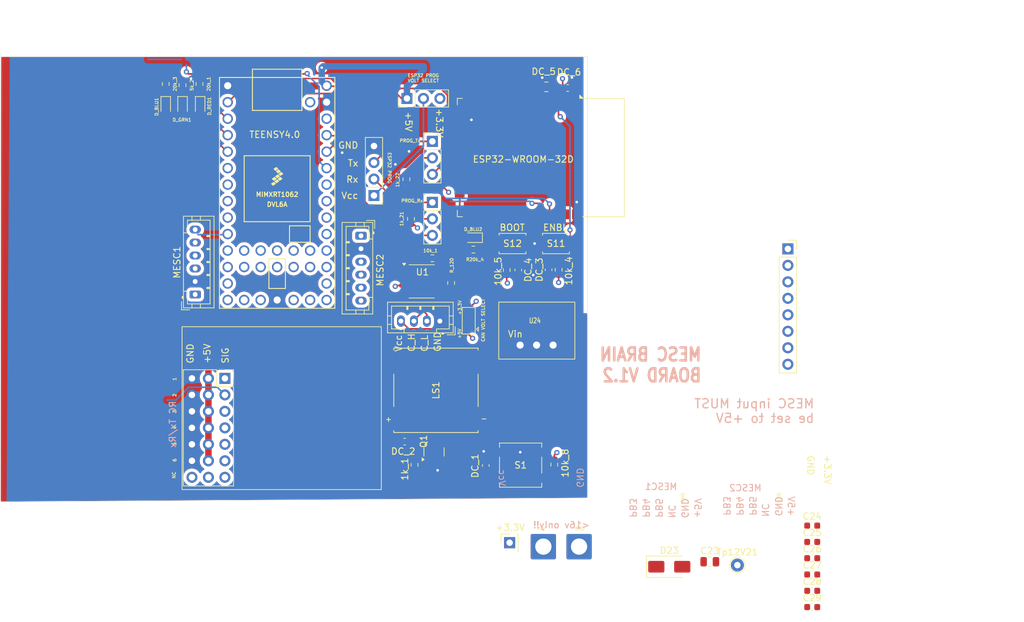
<source format=kicad_pcb>
(kicad_pcb (version 20240108) (generator "pcbnew") (generator_version "8.0")
  (layers (0 "F.Cu" signal) (1 "In1.Cu" signal) (2 "In2.Cu" signal) (31 "B.Cu" signal) (34 "B.Paste" user) (35 "F.Paste" user) (36 "B.SilkS" user "B.Silkscreen") (37 "F.SilkS" user "F.Silkscreen") (38 "B.Mask" user) (39 "F.Mask" user) (44 "Edge.Cuts" user))
  (net 0 "")
  (net 1 "GND")
  (net 2 "+5V")
  (net 3 "+3.3V")
  (net 4 "ESP_EN")
  (net 5 "IO0")
  (net 6 "ESP_RX_OUT")
  (net 7 "U0RXD")
  (net 8 "ESP_TX_OUT")
  (net 9 "U0TXD")
  (net 10 "Net-(J12-Pin_2)")
  (net 11 "SPEAKER")
  (net 12 "Net-(Q1-B)")
  (net 13 "Net-(Q1-C)")
  (net 14 "LED1")
  (net 15 "LED2")
  (net 16 "CAN_LO")
  (net 17 "CAN_HI")
  (net 18 "/MPU6050_SCL")
  (net 19 "BUTTON")
  (net 20 "RC_Throttle")
  (net 21 "RC_Steering")
  (net 22 "RC_Mode")
  (net 23 "/CAN_TX")
  (net 24 "/MPU6050_XDA")
  (net 25 "/MPU6050_INT")
  (net 26 "/MPU6050_SDA")
  (net 27 "/MPU6050_XCL")
  (net 28 "/MPU6050_AD0")
  (net 29 "ESP_RX")
  (net 30 "ESP_TX")
  (net 31 "/CAN_RX")
  (net 32 "VSENSE")
  (net 33 "RC_Z")
  (net 34 "RC_Y")
  (net 35 "RC_X")
  (net 36 "VBAT")
  (net 37 "Net-(J14-Pin_1)")
  (net 38 "Net-(U1-Rs)")
  (net 42 "Net-(J13-Pin_2)")
  (net 83 "Net-(D_BLU1-K)")
  (net 84 "Net-(D_GRN1-K)")
  (net 85 "Net-(D_RED1-K)")
  (net 86 "Net-(D_BLU2-K)")
  (net 87 "Net-(D_BLU2-A)")
  (net 88 "Net-(CAN1-Pin_4)")
  (net 93 "Vcc")
  (net 94 "+12V")
  (net 95 "PB4_1")
  (net 96 "PB5_1")
  (net 97 "PB3_1")
  (net 98 "PB6_1")
  (net 99 "PB4_2")
  (net 100 "PB3_2")
  (net 101 "PB6_2")
  (net 102 "PB5_2")
  (footprint "Connector_PinSocket_2.54mm:my_PinSocket_3x07_P2.54mm_Vertical" (layer "F.Cu") (at 47.63 65.08)
    (property "Reference" "J1" (hide yes))
    (property "Value" "Conn_01x18" (hide yes))
  )
  (footprint "Capacitor_SMD:C_0603_1608Metric" (layer "F.Cu") (at 92.8284 48.3794 90)
    (property "Reference" "DC_4")
    (property "Value" "100nF")
  )
  (footprint "LED_SMD:LED_0603_1608Metric" (layer "F.Cu") (at 43.81 23.13875 -90)
    (property "Reference" "D_RED1")
    (property "Value" "LED RED")
  )
  (footprint "Connector_JST:JST_PH_B6B-PH-K_1x06_P2.00mm_Vertical" (layer "F.Cu") (at 43.05 52.15 90)
    (property "Reference" "MESC1")
    (property "Value" "Conn_01x06" (hide yes))
  )
  (footprint "MP2_DFN_Custom_parts:12_DCDC_5" (layer "F.Cu") (at 95.66 59.85)
    (property "Reference" "U24")
    (property "Value" "12_DCDC_5")
  )
  (footprint "LED_SMD:LED_0603_1608Metric" (layer "F.Cu") (at 41.1 23.13875 -90)
    (property "Reference" "D_GRN1")
    (property "Value" "LED GRN")
  )
  (footprint "Resistor_SMD:R_0603_1608Metric" (layer "F.Cu") (at 85.9196 45.2298)
    (property "Reference" "R20k_4")
    (property "Value" "20k")
  )
  (footprint "Resistor_SMD:R_0603_1608Metric" (layer "F.Cu") (at 98.384 78.364 90)
    (property "Reference" "10k_8")
    (property "Value" "10k")
  )
  (footprint "Resistor_SMD:R_0603_1608Metric" (layer "F.Cu") (at 38.51 19.71375 -90)
    (property "Reference" "20k_3")
    (property "Value" "20k")
  )
  (footprint "Capacitor_SMD:C_0603_1608Metric" (layer "F.Cu") (at 75.325 74.825)
    (property "Reference" "DC_2")
    (property "Value" "100nF")
  )
  (footprint "Resistor_SMD:R_0603_1608Metric" (layer "F.Cu") (at 76.85 78.4 -90)
    (property "Reference" "1k_1")
    (property "Value" "10k")
  )
  (footprint "Package_TO_SOT_SMD:SOT-23" (layer "F.Cu") (at 79.85 76.4125 90)
    (property "Reference" "Q1")
    (property "Value" "my_BC337")
  )
  (footprint "Diode_SMD:D_SMA" (layer "F.Cu") (at 116.1 94.1)
    (property "Reference" "D23")
    (property "Value" "BZG03C15")
  )
  (footprint "Resistor_SMD:R_0603_1608Metric" (layer "F.Cu") (at 99.0514 48.3408 -90)
    (property "Reference" "10k_4")
    (property "Value" "10k")
  )
  (footprint "Button_Switch_SMD:SW_Push_SPST_NO_Alps_SKRK" (layer "F.Cu") (at 98.65 44.3)
    (property "Reference" "S11")
    (property "Value" "TL3342F160QG")
  )
  (footprint "Resistor_SMD:R_0603_1608Metric" (layer "F.Cu") (at 82.4875 50.375 90)
    (property "Reference" "R_120")
    (property "Value" "120")
  )
  (footprint "Capacitor_SMD:C_0603_1608Metric" (layer "F.Cu") (at 138.125 100.32)
    (property "Reference" "C29")
    (property "Value" "10uF")
  )
  (footprint "Jumper:SolderJumper-3_P1.3mm_Open_Pad1.0x1.5mm" (layer "F.Cu") (at 85.2 56.2 90)
    (property "Reference" "JP1" (hide yes))
    (property "Value" "SolderJumper_3_Open")
  )
  (footprint "Button_Switch_SMD:SW_Push_SPST_NO_Alps_SKRK" (layer "F.Cu") (at 91.95 44.3 180)
    (property "Reference" "S12")
    (property "Value" "TL3342F160QG")
  )
  (footprint "Connector_PinHeader_2.54mm:PinHeader_1x04_P2.54mm_Vertical" (layer "F.Cu") (at 70.6 36.9 180)
    (property "Reference" "J14" (hide yes))
    (property "Value" "SERIAL1")
  )
  (footprint "Capacitor_SMD:C_0603_1608Metric" (layer "F.Cu") (at 100.45 20.3378)
    (property "Reference" "DC_6")
    (property "Value" "100nF")
  )
  (footprint "Connector_PinSocket_2.54mm:PinSocket_1x01_P2.54mm_Vertical" (layer "F.Cu") (at 91.5 90.4 90)
    (property "Reference" "J22" (hide yes))
    (property "Value" "Conn_01x01")
  )
  (footprint "Capacitor_SMD:C_0603_1608Metric" (layer "F.Cu") (at 138.125 90.28)
    (property "Reference" "C25")
    (property "Value" "10uF")
  )
  (footprint "MountingHole:MountingHole_3.2mm_M3" (layer "F.Cu") (at 160.35 43.6)
    (property "Reference" "REF**" (hide yes))
    (property "Value" "MountingHole_3.2mm_M3")
  )
  (footprint "Resistor_SMD:R_0603_1608Metric" (layer "F.Cu") (at 91.0504 48.3794 -90)
    (property "Reference" "10k_5")
    (property "Value" "10k")
  )
  (footprint "Capacitor_SMD:C_0805_2012Metric" (layer "F.Cu") (at 122.345 93.33)
    (property "Reference" "C23")
    (property "Value" "100nF")
  )
  (footprint "Capacitor_SMD:C_0603_1608Metric" (layer "F.Cu") (at 97.502 48.3408 90)
    (property "Reference" "DC_3")
    (property "Value" "100nF")
  )
  (footprint "MountingHole:MountingHole_3.2mm_M3" (layer "F.Cu") (at 108.35 74.8)
    (property "Reference" "REF**" (hide yes))
    (property "Value" "MountingHole_3.2mm_M3")
  )
  (footprint "Connector_JST:JST_PH_B6B-PH-K_1x06_P2.00mm_Vertical" (layer "F.Cu") (at 68.6 43.1 -90)
    (property "Reference" "MESC2")
    (property "Value" "Conn_01x06" (hide yes))
  )
  (footprint "Capacitor_SMD:C_0603_1608Metric" (layer "F.Cu") (at 138.125 95.3)
    (property "Reference" "C27")
    (property "Value" "10uF")
  )
  (footprint "LED_SMD:LED_0603_1608Metric" (layer "F.Cu") (at 85.818 43.401 180)
    (property "Reference" "D_BLU2")
    (property "Value" "BLUE")
  )
  (footprint "Package_SO:SOIC-8_3.9x4.9mm_P1.27mm" (layer "F.Cu") (at 77.95 50.135)
    (property "Reference" "U1")
    (property "Value" "TJA1050T/CM,118")
  )
  (footprint "Connector_Wire:SolderWire-2sqmm_1x01_D2mm_OD3.9mm" (layer "F.Cu") (at 102.2 91)
    (property "Reference" "J24" (hide yes))
    (property "Value" "Conn_01x01")
  )
  (footprint "Connector_PinHeader_2.54mm:PinHeader_1x03_P2.54mm_Vertical" (layer "F.Cu") (at 79.6 37.96)
    (property "Reference" "J12" (hide yes))
    (property "Value" "Conn_01x03")
  )
  (footprint "Connector_PinSocket_2.54mm:PinSocket_1x08_P2.54mm_Vertical" (layer "F.Cu") (at 134.375 45.125)
    (property "Reference" "MP1" (hide yes))
    (property "Value" "Conn_01x08")
  )
  (footprint "RF_Module:ESP32-WROOM-32D" (layer "F.Cu") (at 93.32 31.05 -90)
    (property "Reference" "U11" (hide yes))
    (property "Value" "ESP32-WROOM-32D")
  )
  (footprint "Capacitor_SMD:C_0603_1608Metric" (layer "F.Cu") (at 138.125 97.81)
    (property "Reference" "C28")
    (property "Value" "10uF")
  )
  (footprint "TestPoint:TestPoint_THTPad_D2.0mm_Drill1.0mm" (layer "F.Cu") (at 126.595 93.85)
    (property "Reference" "Tp12V21")
    (property "Value" "12V Pad")
  )
  (footprint "Resistor_SMD:R_0603_1608Metric" (layer "F.Cu") (at 43.71 19.71375 -90)
    (property "Reference" "20k_1")
    (property "Value" "20k")
  )
  (footprint "Button_Switch_SMD:SW_SPST_B3SL-1022P" (layer "F.Cu") (at 93.2 78.45)
    (property "Reference" "S1")
    (property "Value" "TL3342F160QG")
  )
  (footprint "Capacitor_SMD:C_0603_1608Metric" (layer "F.Cu") (at 138.125 92.79)
    (property "Reference" "C26")
    (property "Value" "10uF")
  )
  (footprint "LED_SMD:LED_0603_1608Metric" (layer "F.Cu") (at 38.51 23.13875 -90)
    (property "Reference" "D_BLU1")
    (property "Value" "LED BLU")
  )
  (footprint "Connector_PinHeader_2.54mm:PinHeader_1x03_P2.54mm_Vertical" (layer "F.Cu") (at 75.6816 21.9456 90)
    (property "Reference" "J15" (hide yes))
    (property "Value" "Conn_01x03")
  )
  (footprint "Capacitor_SMD:C_0603_1608Metric" (layer "F.Cu") (at 138.125 87.77)
    (property "Reference" "C24")
    (property "Value" "10uF")
  )
  (footprint "MountingHole:MountingHole_3.2mm_M3" (layer "F.Cu") (at 161.3 35.7)
    (property "Reference" "REF**" (hide yes))
    (property "Value" "MountingHole_3.2mm_M3")
  )
  (footprint "Connector_PinHeader_2.54mm:PinHeader_1x03_P2.54mm_Vertical" (layer "F.Cu") (at 79.6 28.56)
    (property "Reference" "J13" (hide yes))
    (property "Value" "Conn_01x03")
  )
  (footprint "Capacitor_SMD:C_0603_1608Metric" (layer "F.Cu") (at 87.8332 78.503 -90)
    (property "Reference" "DC_1")
    (property "Value" "100nF")
  )
  (footprint "Resistor_SMD:R_0603_1608Metric" (layer "F.Cu") (at 75.6 34.4 90)
    (property "Reference" "1k_22")
    (property "Value" "1k")
  )
  (footprint "Resistor_SMD:R_0603_1608Metric" (layer "F.Cu") (at 79.605 46.57 180)
    (property "Reference" "10k_1")
    (property "Value" "10k")
  )
  (footprint "Resistor_SMD:R_0603_1608Metric" (layer "F.Cu") (at 76.3 40.5 90)
    (property "Reference" "1k_21")
    (property "Value" "1k")
  )
  (footprint "teensy:Teensy40" (layer "F.Cu") (at 55.68 36.49 -90)
    (property "Reference" "U2" (hide yes))
    (property "Value" "Teensy4.0")
  )
  (footprint "CDS-13138-SMT-TR:SPKR_CDS-13138-SMT-TR" (layer "F.Cu") (at 80.15 66.9216)
    (property "Reference" "LS1")
    (property "Value" "Speaker")
  )
  (footprint "Connector_JST:JST_PH_B4B-PH-K_1x04_P2.00mm_Vertical" (layer "F.Cu") (at 80.75 56.25 180)
    (property "Reference" "CAN1" (hide yes))
    (property "Value" "Conn_01x04")
  )
  (footprint "Resistor_SMD:R_0603_1608Metric" (layer "F.Cu") (at 41.1 19.9 -90)
    (property "Reference" "5k_2")
    (property "Value" "5k" (hide yes))
  )
  (footprint "Connector_Wire:SolderWire-2sqmm_1x01_D2mm_OD3.9mm" (layer "F.Cu") (at 96.7 91)
    (property "Reference" "J25" (hide yes))
    (property "Value" "Conn_01x01")
  )
  (footprint "MountingHole:MountingHole_3.2mm_M3" (layer "F.Cu") (at 156.5 52.65)
    (property "Reference" "REF**" (hide yes))
    (property "Value" "MountingHole_3.2mm_M3")
  )
  (footprint "Capacitor_SMD:C_0805_2012Metric" (layer "F.Cu") (at 97.1604 20.16)
    (property "Reference" "DC_5")
    (property "Value" "10uF")
  )
  (gr_rect (start 41.03 82.22) (end 71.73 57.12) (stroke (width 0.12)) (fill none) (layer "F.SilkS"))
  (gr_poly (pts (xy 103.5 83.5) (xy 103.5 15.5) (xy 13 15.5) (xy 13 84.087896)) (stroke (width 0.05)) (fill none) (layer "Edge.Cuts"))
  (gr_text "MESC2" (at 130.4 82.55 0) (layer "B.SilkS") (effects (font (size 1 1)) (justify left bottom mirror)))
  (gr_text "RC Tx/Rx" (at 40.18 68.47 90) (layer "B.SilkS") (effects (font (size 1 1)) (justify left bottom mirror)))
  (gr_text "Vcc" (at 89.75 81.75 270) (layer "B.SilkS") (effects (font (size 1 1) (thickness 0.13)) (justify left bottom mirror)))
  (gr_text "PB5\n" (at 128.35 86.3 270) (layer "B.SilkS") (effects (font (size 1 1)) (justify left bottom mirror)))
  (gr_text "GND\n" (at 117.9 86.7 270) (layer "B.SilkS") (effects (font (size 1 1)) (justify left bottom mirror)))
  (gr_text "PB5\n" (at 113.9 86.604762 270) (layer "B.SilkS") (effects (font (size 1 1)) (justify left bottom mirror)))
  (gr_text "GND\n" (at 132.35 86.395238 270) (layer "B.SilkS") (effects (font (size 1 1)) (justify left bottom mirror)))
  (gr_text "PB3" (at 109.9 86.604762 -90) (layer "B.SilkS") (effects (font (size 1 1)) (justify left bottom mirror)))
  (gr_text "<16v only!!" (at 103.95 88.25 0) (layer "B.SilkS") (effects (font (size 1 1)) (justify left bottom mirror)))
  (gr_text "GND" (at 101.75 82 270) (layer "B.SilkS") (effects (font (size 1 1) (thickness 0.13)) (justify left bottom mirror)))
  (gr_text "PB4" (at 111.9 86.604762 270) (layer "B.SilkS") (effects (font (size 1 1)) (justify left bottom mirror)))
  (gr_text "PB3" (at 124.35 86.3 -90) (layer "B.SilkS") (effects (font (size 1 1)) (justify left bottom mirror)))
  (gr_text "+5V\n" (at 134.3 86.4 270) (layer "B.SilkS") (effects (font (size 1 1)) (justify left bottom mirror)))
  (gr_text "NC" (at 130.3 86.5 270) (layer "B.SilkS") (effects (font (size 1 1)) (justify left bottom mirror)))
  (gr_text "+5V\n" (at 119.9 86.704762 270) (layer "B.SilkS") (effects (font (size 1 1)) (justify left bottom mirror)))
  (gr_text "NC" (at 115.9 86.704762 270) (layer "B.SilkS") (effects (font (size 1 1)) (justify left bottom mirror)))
  (gr_text "MESC BRAIN \nBOARD V1.2" (at 121.25 65.8 0) (layer "B.SilkS") (effects (font (size 2 1.7) (thickness 0.4) (bold yes)) (justify left bottom mirror)))
  (gr_text "PB4" (at 126.35 86.3 270) (layer "B.SilkS") (effects (font (size 1 1)) (justify left bottom mirror)))
  (gr_text "MESC1" (at 117.4 82.35 0) (layer "B.SilkS") (effects (font (size 1 1)) (justify left bottom mirror)))
  (gr_text "MESC input MUST\nbe set to +5V" (at 138.55 72.05 0) (layer "B.SilkS") (effects (font (size 1.4 1.4) (thickness 0.2)) (justify left bottom mirror)))
  (gr_text "3" (at 40.18 70.47 90) (layer "F.SilkS") (effects (font (size 0.5 0.5) (thickness 0.1) (bold yes)) (justify left bottom)))
  (gr_text "+3.3V" (at 89.25 88.65 0) (layer "F.SilkS") (effects (font (size 1 1)) (justify left bottom)))
  (gr_text "5" (at 40.18 75.47 90) (layer "F.SilkS") (effects (font (size 0.5 0.5) (thickness 0.1) (bold yes)) (justify left bottom)))
  (gr_text "GND" (at 133.3 84.3 90) (layer "F.SilkS") (effects (font (size 0.5 0.5) (thickness 0.1) (bold yes)) (justify left bottom)))
  (gr_text "GND" (at 80.975 61.05 90) (layer "F.SilkS") (effects (font (size 1 1)) (justify left bottom)))
  (gr_text "1" (at 40.18 65.47 90) (layer "F.SilkS") (effects (font (size 0.5 0.5) (thickness 0.1) (bold yes)) (justify left bottom)))
  (gr_text "PROG_Tx" (at 74.5 28.75 0) (layer "F.SilkS") (effects (font (size 0.5 0.5) (thickness 0.1) (bold yes)) (justify left bottom)))
  (gr_text "+5V" (at 75.35 23.9 -90) (layer "F.SilkS") (effects (font (size 1 1)) (justify left bottom)))
  (gr_text "BOOT" (at 89.88 42.43 0) (layer "F.SilkS") (effects (font (size 1 1)) (justify left bottom)))
  (gr_text "GND" (at 65.011905 29.75 0) (layer "F.SilkS") (effects (font (size 1 1)) (justify left bottom)))
  (gr_text "+3.3V" (at 84.125 55.35 90) (layer "F.SilkS") (effects (font (size 0.5 0.5) (thickness 0.1) (bold yes)) (justify left bottom)))
  (gr_text "+3.3V" (at 139.9 76.85 270) (layer "F.SilkS") (effects (font (size 1 1)) (justify left bottom)))
  (gr_text "Rx" (at 66.25 35 0) (layer "F.SilkS") (effects (font (size 1 1)) (justify left bottom)))
  (gr_text "GND" (at 42.88 62.87 90) (layer "F.SilkS") (effects (font (size 1 1)) (justify left bottom)))
  (gr_text "GND" (at 118.5 84.3 90) (layer "F.SilkS") (effects (font (size 0.5 0.5) (thickness 0.1) (bold yes)) (justify left bottom)))
  (gr_text "TEENSY4.0" (at 51.3 28.1 0) (layer "F.SilkS") (effects (font (size 1 1)) (justify left bottom)))
  (gr_text "Vcc\n" (at 95.7 88.5 0) (layer "F.SilkS") (effects (font (size 0.5 0.5) (thickness 0.1) (bold yes)) (justify left bottom)))
  (gr_text "Vcc" (at 74.975 61.05 90) (layer "F.SilkS") (effects (font (size 1 1)) (justify left bottom)))
  (gr_text "CAN VOLT SELECT" (at 87.725 59.5 90) (layer "F.SilkS") (effects (font (size 0.5 0.5) (thickness 0.1) (bold yes)) (justify left bottom)))
  (gr_text "2" (at 40.18 67.97 90) (layer "F.SilkS") (effects (font (size 0.5 0.5) (thickness 0.1) (bold yes)) (justify left bottom)))
  (gr_text "GND" (at 137.3 76.85 -90) (layer "F.SilkS") (effects (font (size 1 1)) (justify left bottom)))
  (gr_text "6" (at 40.18 77.97 90) (layer "F.SilkS") (effects (font (size 0.5 0.5) (thickness 0.1) (bold yes)) (justify left bottom)))
  (gr_text "PROG_Rx" (at 74.75 38 0) (layer "F.SilkS") (effects (font (size 0.5 0.5) (thickness 0.1) (bold yes)) (justify left bottom)))
  (gr_text "+5V\n" (at 84.075 59 90) (layer "F.SilkS") (effects (font (size 0.5 0.5) (thickness 0.1) (bold yes)) (justify left bottom)))
  (gr_text "Tx" (at 66.488095 32.5 0) (layer "F.SilkS") (effects (font (size 1 1)) (justify left bottom)))
  (gr_text "GND" (at 101.45 88.5 0) (layer "F.SilkS") (effects (font (size 0.5 0.5) (thickness 0.1) (bold yes)) (justify left bottom)))
  (gr_text "C_L\n" (at 78.975 61.05 90) (layer "F.SilkS") (effects (font (size 1 1)) (justify left bottom)))
  (gr_text "NC" (at 40.08 80.57 90) (layer "F.SilkS") (effects (font (size 0.5 0.5) (thickness 0.1) (bold yes)) (justify left bottom)))
  (gr_text "ESP32-WROOM-32D" (at 85.75 31.9 0) (layer "F.SilkS") (effects (font (size 1 1)) (justify left bottom)))
  (gr_text "ESP32 PROG" (at 72.7 30.2 -90) (layer "F.SilkS") (effects (font (size 0.5 0.5) (thickness 0.1) (bold yes)) (justify left bottom)))
  (gr_text "C_H" (at 76.975 61.05 90) (layer "F.SilkS") (effects (font (size 1 1)) (justify left bottom)))
  (gr_text "4" (at 40.18 72.97 90) (layer "F.SilkS") (effects (font (size 0.5 0.5) (thickness 0.1) (bold yes)) (justify left bottom)))
  (gr_text "Vcc" (at 65.488095 37.5 0) (layer "F.SilkS") (effects (font (size 1 1)) (justify left bottom)))
  (gr_text "ENBL" (at 96.58 42.43 0) (layer "F.SilkS") (effects (font (size 1 1)) (justify left bottom)))
  (gr_text "+5V" (at 45.48 62.87 90) (layer "F.SilkS") (effects (font (size 1 1)) (justify left bottom)))
  (gr_text "ESP32 PROG\nVOLT SELECT" (at 75.75 19.5 0) (layer "F.SilkS") (effects (font (size 0.5 0.5) (thickness 0.1) (bold yes)) (justify left bottom)))
  (gr_text "SIG" (at 48.28 62.87 90) (layer "F.SilkS") (effects (font (size 1 1)) (justify left bottom)))
  (gr_text "+3.3V" (at 80.1 23.4 -90) (layer "F.SilkS") (effects (font (size 1 1)) (justify left bottom)))
  (segment (start 87.8332 77.728) (end 87.8332 76.6488) (width 0.25) (layer "F.Cu") (net 1))
  (segment (start 97.489 49.1544) (end 97.502 49.1674) (width 0.25) (layer "F.Cu") (net 1))
  (segment (start 38.51 18.88875) (end 42.41 18.88875) (width 0.25) (layer "F.Cu") (net 1))
  (segment (start 96.08 76.45) (end 93.1418 76.45) (width 0.25) (layer "F.Cu") (net 1))
  (segment (start 89.042 77.728) (end 87.8332 77.728) (width 0.25) (layer "F.Cu") (net 1))
  (segment (start 101.0506 20.5122) (end 101.225 20.3378) (width 0.25) (layer "F.Cu") (net 1))
  (segment (start 101.57 20.6828) (end 101.225 20.3378) (width 0.25) (layer "F.Cu") (net 1))
  (segment (start 101.57 39.8) (end 101.57 38.19) (width 0.25) (layer "F.Cu") (net 1))
  (segment (start 80.8 78.8484) (end 80.4062 79.2422) (width 0.25) (layer "F.Cu") (net 1))
  (segment (start 83.81 25.34) (end 85.5148 25.34) (width 0.25) (layer "F.Cu") (net 1))
  (segment (start 85.5148 25.34) (end 85.6148 25.24) (width 0.25) (layer "F.Cu") (net 1))
  (segment (start 93.1418 76.45) (end 90.32 76.45) (width 0.25) (layer "F.Cu") (net 1))
  (segment (start 101.57 22.3) (end 101.57 20.6828) (width 0.25) (layer "F.Cu") (net 1))
  (segment (start 95.1398 49.1544) (end 97.489 49.1544) (width 0.25) (layer "F.Cu") (net 1))
  (segment (start 101.225 18.8398) (end 101.0974 18.7122) (width 0.25) (layer "F.Cu") (net 1))
  (segment (start 95.35 44.3) (end 96.55 44.3) (width 0.25) (layer "F.Cu") (net 1))
  (segment (start 96.2104 19.0526) (end 96.5254 18.7376) (width 0.25) (layer "F.Cu") (net 1))
  (segment (start 80.8 77.35) (end 80.8 78.8484) (width 0.25) (layer "F.Cu") (net 1))
  (segment (start 101.57 22.3) (end 101.57 20.5122) (width 0.25) (layer "F.Cu") (net 1))
  (segment (start 94.05 44.3) (end 95.35 44.3) (width 0.25) (layer "F.Cu") (net 1))
  (segment (start 101.57 38.19) (end 101.8454 37.9146) (width 0.25) (layer "F.Cu") (net 1))
  (segment (start 92.8284 49.1544) (end 95.1398 49.1544) (width 0.25) (layer "F.Cu") (net 1))
  (segment (start 101.225 20.3378) (end 101.225 18.8398) (width 0.25) (layer "F.Cu") (net 1))
  (segment (start 90.32 76.45) (end 89.042 77.728) (width 0.25) (layer "F.Cu") (net 1))
  (segment (start 96.2104 20.16) (end 96.2104 19.0526) (width 0.25) (layer "F.Cu") (net 1))
  (segment (start 87.8332 76.6488) (end 87.503 76.3186) (width 0.25) (layer "F.Cu") (net 1))
  (segment (start 42.41 18.88875) (end 43.71 18.88875) (width 0.25) (layer "F.Cu") (net 1))
  (via (at 93.1418 76.45) (size 0.8) (drill 0.4) (layers "F.Cu" "B.Cu") (net 1))
  (via (at 65.7 30.3) (size 0.8) (drill 0.4) (layers "F.Cu" "B.Cu") (net 1))
  (via (at 87.503 76.3186) (size 0.8) (drill 0.4) (layers "F.Cu" "B.Cu") (net 1))
  (via (at 85.6148 25.24) (size 0.8) (drill 0.4) (layers "F.Cu" "B.Cu") (net 1))
  (via (at 101.8454 37.9146) (size 0.8) (drill 0.4) (layers "F.Cu" "B.Cu") (net 1))
  (via (at 101.0974 18.7122) (size 0.8) (drill 0.4) (layers "F.Cu" "B.Cu") (net 1))
  (via (at 95.1398 49.1544) (size 0.8) (drill 0.4) (layers "F.Cu" "B.Cu") (net 1))
  (via (at 76 30.1) (size 0.8) (drill 0.4) (layers "F.Cu" "B.Cu") (net 1))
  (via (at 73.9 32.1) (size 0.8) (drill 0.4) (layers "F.Cu" "B.Cu") (net 1))
  (via (at 42.41 18.88875) (size 0.8) (drill 0.4) (layers "F.Cu" "B.Cu") (net 1))
  (via (at 80.4062 79.2422) (size 0.8) (drill 0.4) (layers "F.Cu" "B.Cu") (net 1))
  (via (at 96.5254 18.7376) (size 0.8) (drill 0.4) (layers "F.Cu" "B.Cu") (net 1))
  (via (at 95.35 44.3) (size 0.8) (drill 0.4) (layers "F.Cu" "B.Cu") (net 1))
  (segment (start 74.45 74.7542) (end 74.5184 74.8226) (width 0.25) (layer "F.Cu") (net 2))
  (segment (start 85.2 58.3) (end 85.8 58.9) (width 0.25) (layer "F.Cu") (net 2))
  (segment (start 45.09 62.58) (end 45.09 63.17) (width 1) (layer "F.Cu") (net 2))
  (segment (start 38.5 23.93625) (end 38.51 23.92625) (width 0.8) (layer "F.Cu") (net 2))
  (segment (start 74.45 71.2716) (end 74.45 74.325) (width 0.25) (layer "F.Cu") (net 2))
  (segment (start 74.8456 21.9456) (end 72.966 20.066) (width 0.25) (layer "F.Cu") (net 2))
  (segment (start 85.2 57.5) (end 85.2 58.3) (width 0.25) (layer "F.Cu") (net 2))
  (segment (start 74.45 74.325) (end 74.45 74.7542) (width 0.25) (layer "F.Cu") (net 2))
  (segment (start 72.966 20.066) (end 63.2714 20.066) (width 0.25) (layer "F.Cu") (net 2))
  (segment (start 74.45 74.325) (end 74.45 74.725) (width 0.25) (layer "F.Cu") (net 2))
  (segment (start 74.45 74.725) (end 74.55 74.825) (width 0.25) (layer "F.Cu") (net 2))
  (segment (start 45.09 63.17) (end 45.09 77.78) (width 1) (layer "F.Cu") (net 2))
  (segment (start 75.6816 21.9456) (end 74.8456 21.9456) (width 0.25) (layer "F.Cu") (net 2))
  (segment (start 45.09 65.08) (end 45.09 77.78) (width 0.25) (layer "F.Cu") (net 2))
  (via (at 85.8 58.9) (size 0.8) (drill 0.4) (layers "F.Cu" "B.Cu") (net 2))
  (via (at 62.55 17.2) (size 0.8) (drill 0.4) (layers "F.Cu" "B.Cu") (net 2))
  (segment (start 62.55 19.3446) (end 63.2714 20.066) (width 1) (layer "B.Cu") (net 2))
  (segment (start 78.25 17) (end 78.25 17.5) (width 1) (layer "B.Cu") (net 2))
  (segment (start 78.25 17.5) (end 75.6816 20.0684) (width 1) (layer "B.Cu") (net 2))
  (segment (start 75.6816 20.0684) (end 75.6816 21.9456) (width 1) (layer "B.Cu") (net 2))
  (segment (start 62.55 17.2) (end 62.55 19.3446) (width 1) (layer "B.Cu") (net 2))
  (segment (start 78.25 17) (end 62.75 17) (width 1) (layer "B.Cu") (net 2))
  (segment (start 98.2882 20.3378) (end 98.1104 20.16) (width 0.25) (layer "F.Cu") (net 3))
  (segment (start 99.675 20.3378) (end 98.2882 20.3378) (width 0.25) (layer "F.Cu") (net 3))
  (segment (start 75.475 50.77) (end 74.005 50.77) (width 0.25) (layer "F.Cu") (net 3))
  (segment (start 74.005 50.77) (end 73.875 50.9) (width 0.25) (layer "F.Cu") (net 3))
  (segment (start 100.3 22.3) (end 100.3 20.9628) (width 0.25) (layer "F.Cu") (net 3))
  (segment (start 91.0504 49.2044) (end 91.0504 50.3004) (width 0.25) (layer "F.Cu") (net 3))
  (segment (start 99.675 18.9154) (end 99.6496 18.89) (width 0.25) (layer "F.Cu") (net 3))
  (segment (start 85.2 54.35) (end 86.35 53.2) (width 0.25) (layer "F.Cu") (net 3))
  (segment (start 100.3 20.9628) (end 99.675 20.3378) (width 0.25) (layer "F.Cu") (net 3))
  (segment (start 91.0504 50.3004) (end 91.15 50.4) (width 0.25) (layer "F.Cu") (net 3))
  (segment (start 99.0514 50.2986) (end 99.05 50.3) (width 0.25) (layer "F.Cu") (net 3))
  (segment (start 98.384 77.539) (end 98.384 76.914) (width 0.25) (layer "F.Cu") (net 3))
  (segment (start 98.384 76.914) (end 98.784 76.514) (width 0.25) (layer "F.Cu") (net 3))
  (segment (start 85.2 54.9) (end 85.2 54.35) (width 0.25) (layer "F.Cu") (net 3))
  (segment (start 99.0514 49.1658) (end 99.0514 50.2986) (width 0.25) (layer "F.Cu") (net 3))
  (segment (start 99.675 20.3378) (end 99.675 18.9154) (width 0.25) (layer "F.Cu") (net 3))
  (via (at 98.784 76.514) (size 0.8) (drill 0.4) (layers "F.Cu" "B.Cu") (net 3))
  (via (at 99.6496 18.89) (size 0.8) (drill 0.4) (layers "F.Cu" "B.Cu") (net 3))
  (via (at 73.875 50.9) (size 0.8) (drill 0.4) (layers "F.Cu" "B.Cu") (net 3))
  (via (at 91.15 50.4) (size 0.8) (drill 0.4) (layers "F.Cu" "B.Cu") (net 3))
  (via (at 99.05 50.3) (size 0.8) (drill 0.4) (layers "F.Cu" "B.Cu") (net 3))
  (via (at 86.35 53.2) (size 0.8) (drill 0.4) (layers "F.Cu" "B.Cu") (net 3))
  (segment (start 100.804 43.946) (end 100.75 44) (width 0.25) (layer "F.Cu") (net 4))
  (segment (start 99.03 22.3) (end 99.03 24.482) (width 0.25) (layer "F.Cu") (net 4))
  (segment (start 99.025 45.725) (end 100.75 44) (width 0.25) (layer "F.Cu") (net 4))
  (segment (start 99.0514 47.5158) (end 99.0514 45.7514) (width 0.25) (layer "F.Cu") (net 4))
  (segment (start 97.6036 47.5158) (end 97.502 47.6174) (width 0.25) (layer "F.Cu") (net 4))
  (segment (start 99.0514 47.5158) (end 97.6036 47.5158) (width 0.25) (layer "F.Cu") (net 4))
  (segment (start 99.03 24.482) (end 99.3054 24.7574) (width 0.25) (layer "F.Cu") (net 4))
  (segment (start 100.804 42.2072) (end 100.804 43.946) (width 0.25) (layer "F.Cu") (net 4))
  (segment (start 99.0514 45.7514) (end 99.025 45.725) (width 0.25) (layer "F.Cu") (net 4))
  (via (at 99.3054 24.7574) (size 0.8) (drill 0.4) (layers "F.Cu" "B.Cu") (net 4))
  (via (at 100.804 42.2072) (size 0.8) (drill 0.4) (layers "F.Cu" "B.Cu") (net 4))
  (segment (start 99.3054 24.7574) (end 100.804 26.256) (width 0.25) (layer "B.Cu") (net 4))
  (segment (start 100.804 26.256) (end 100.804 42.2072) (width 0.25) (layer "B.Cu") (net 4))
  (segment (start 85.06 40.8) (end 85.06 39.8) (width 0.25) (layer "F.Cu") (net 5))
  (segment (start 89.85 44) (end 89.85 42.8864) (width 0.25) (layer "F.Cu") (net 5))
  (segment (start 85.9592 41.6992) (end 85.06 40.8) (width 0.25) (layer "F.Cu") (net 5))
  (segment (start 89.85 42.8864) (end 88.6628 41.6992) (width 0.25) (layer "F.Cu") (net 5))
  (segment (start 92.8284 47.6044) (end 91.1004 47.6044) (width 0.25) (layer "F.Cu") (net 5))
  (segment (start 91.0636 45.2136) (end 89.85 44) (width 0.25) (layer "F.Cu") (net 5))
  (segment (start 91.1004 47.6044) (end 91.0504 47.5544) (width 0.25) (layer "F.Cu") (net 5))
  (segment (start 88.6628 41.6992) (end 85.9592 41.6992) (width 0.25) (layer "F.Cu") (net 5))
  (segment (start 91.0636 48.0492) (end 91.0636 45.2136) (width 0.25) (layer "F.Cu") (net 5))
  (segment (start 79.6 37.96) (end 74.2 37.96) (width 0.25) (layer "F.Cu") (net 6))
  (segment (start 74.2 37.96) (end 70.6 34.36) (width 0.25) (layer "F.Cu") (net 6))
  (segment (start 96.49 38.8) (end 95.79 38.1) (width 0.25) (layer "F.Cu") (net 7))
  (segment (start 76.725 41.325) (end 77.3 41.9) (width 0.25) (layer "F.Cu") (net 7))
  (segment (start 96.49 39.8) (end 96.49 38.8) (width 0.25) (layer "F.Cu") (net 7))
  (segment (start 95.79 38.1) (end 94.95 38.1) (width 0.25) (layer "F.Cu") (net 7))
  (segment (start 76.3 41.325) (end 76.725 41.325) (width 0.25) (layer "F.Cu") (net 7))
  (via (at 94.95 38.1) (size 0.8) (drill 0.4) (layers "F.Cu" "B.Cu") (net 7))
  (via (at 77.3 41.9) (size 0.8) (drill 0.4) (layers "F.Cu" "B.Cu") (net 7))
  (segment (start 77.3 41.9) (end 77.525 41.675) (width 0.25) (layer "B.Cu") (net 7))
  (segment (start 94.65 37.8) (end 94.95 38.1) (width 0.25) (layer "B.Cu") (net 7))
  (segment (start 82.35 37.8) (end 94.65 37.8) (width 0.25) (layer "B.Cu") (net 7))
  (segment (start 79.6 28.56) (end 73.86 28.56) (width 0.25) (layer "F.Cu") (net 8))
  (segment (start 73.86 28.56) (end 70.6 31.82) (width 0.25) (layer "F.Cu") (net 8))
  (segment (start 75.6 35.225) (end 80.925 35.225) (width 0.25) (layer "F.Cu") (net 9))
  (segment (start 97.65 39.69) (end 97.76 39.8) (width 0.25) (layer "F.Cu") (net 9))
  (segment (start 97.65 38.2) (end 97.65 39.69) (width 0.25) (layer "F.Cu") (net 9))
  (segment (start 80.925 35.225) (end 82.1 36.4) (width 0.25) (layer "F.Cu") (net 9))
  (via (at 97.65 38.2) (size 0.8) (drill 0.4) (layers "F.Cu" "B.Cu") (net 9))
  (via (at 82.1 36.4) (size 0.8) (drill 0.4) (layers "F.Cu" "B.Cu") (net 9))
  (segment (start 81.7 37.35) (end 96.8 37.35) (width 0.25) (layer "B.Cu") (net 9))
  (segment (start 96.8 37.35) (end 97.65 38.2) (width 0.25) (layer "B.Cu") (net 9))
  (segment (start 79.6 40.5) (end 77.125 40.5) (width 0.25) (layer "F.Cu") (net 10))
  (segment (start 77.125 40.5) (end 76.3 39.675) (width 0.25) (layer "F.Cu") (net 10))
  (segment (start 78.5826 77.6674) (end 78.9 77.35) (width 0.25) (layer "F.Cu") (net 12))
  (segment (start 76.85 77.6674) (end 78.5826 77.6674) (width 0.25) (layer "F.Cu") (net 12))
  (segment (start 76.85 77.575) (end 76.85 77.6674) (width 0.25) (layer "F.Cu") (net 12))
  (segment (start 76.8248 77.6674) (end 76.85 77.6674) (width 0.25) (layer "F.Cu") (net 12))
  (segment (start 80.9534 71.2716) (end 80.85 71.375) (width 0.25) (layer "F.Cu") (net 13))
  (segment (start 76.883 74.358) (end 79.866 71.375) (width 0.25) (layer "F.Cu") (net 13))
  (segment (start 80.85 74.475) (end 79.85 75.475) (width 0.25) (layer "F.Cu") (net 13))
  (segment (start 79.842 75.483) (end 79.85 75.475) (width 0.25) (layer "F.Cu") (net 13))
  (segment (start 76.758 74.483) (end 76.442 74.483) (width 0.25) (layer "F.Cu") (net 13))
  (segment (start 76.883 74.358) (end 76.758 74.483) (width 0.25) (layer "F.Cu") (net 13))
  (segment (start 85.85 71.2716) (end 80.9534 71.2716) (width 0.25) (layer "F.Cu") (net 13))
  (segment (start 79.866 71.375) (end 80.85 71.375) (width 0.25) (layer "F.Cu") (net 13))
  (segment (start 76.442 74.483) (end 76.1 74.825) (width 0.25) (layer "F.Cu") (net 13))
  (segment (start 80.85 71.375) (end 80.85 74.475) (width 0.25) (layer "F.Cu") (net 13))
  (segment (start 76.4184 74.8226) (end 76.883 74.358) (width 0.25) (layer "F.Cu") (net 13))
  (segment (start 48.0314 27.686) (end 44.27165 23.92625) (width 0.25) (layer "F.Cu") (net 14))
  (segment (start 44.27165 23.92625) (end 43.81 23.92625) (width 0.25) (layer "F.Cu") (net 14))
  (segment (start 41.73165 23.92625) (end 41.1 23.92625) (width 0.25) (layer "F.Cu") (net 15))
  (segment (start 48.0314 30.226) (end 41.73165 23.92625) (width 0.25) (layer "F.Cu") (net 15))
  (segment (start 82.4425 51.245) (end 82.4875 51.2) (width 0.25) (layer "F.Cu") (net 16))
  (segment (start 78.75 56.25) (end 78.75 55.225) (width 0.25) (layer "F.Cu") (net 16))
  (segment (start 82.4875 51.2) (end 80.855 51.2) (width 0.25) (layer "F.Cu") (net 16))
  (segment (start 78.125 54.6) (end 78.125 52.095) (width 0.25) (layer "F.Cu") (net 16))
  (segment (start 79.450001 50.77) (end 80.425 50.77) (width 0.25) (layer "F.Cu") (net 16))
  (segment (start 80.855 51.2) (end 80.425 50.77) (width 0.25) (layer "F.Cu") (net 16))
  (segment (start 78.75 55.225) (end 78.125 54.6) (width 0.25) (layer "F.Cu") (net 16))
  (segment (start 78.125 52.095) (end 78.3475 51.8725) (width 0.25) (layer "F.Cu") (net 16))
  (segment (start 78.3475 51.8725) (end 79.450001 50.77) (width 0.25) (layer "F.Cu") (net 16))
  (segment (start 78.1875 52.032501) (end 78.3475 51.8725) (width 0.25) (layer "F.Cu") (net 16))
  (segment (start 78.9375 49.5) (end 80.425 49.5) (width 0.25) (layer "F.Cu") (net 17))
  (segment (start 77.675 50.7625) (end 78.9375 49.5) (width 0.25) (layer "F.Cu") (net 17))
  (segment (start 77.085 56.585) (end 76.75 56.25) (width 0.25) (layer "F.Cu") (net 17))
  (segment (start 77.675 55.2) (end 77.675 50.7625) (width 0.25) (layer "F.Cu") (net 17))
  (segment (start 80.475 49.55) (end 80.425 49.5) (width 0.25) (layer "F.Cu") (net 17))
  (segment (start 76.75 56.125) (end 77.675 55.2) (width 0.25) (layer "F.Cu") (net 17))
  (segment (start 82.4875 49.55) (end 80.475 49.55) (width 0.25) (layer "F.Cu") (net 17))
  (segment (start 82.0625 49.975) (end 82.4875 49.55) (width 0.25) (layer "F.Cu") (net 17))
  (segment (start 76.75 56.25) (end 76.75 56.125) (width 0.25) (layer "F.Cu") (net 17))
  (segment (start 97.341 79.189) (end 96.08 80.45) (width 0.25) (layer "F.Cu") (net 19))
  (segment (start 90.32 80.45) (end 96.08 80.45) (width 0.25) (layer "F.Cu") (net 19))
  (segment (start 87.8332 79.278) (end 89.148 79.278) (width 0.25) (layer "F.Cu") (net 19))
  (segment (start 98.384 79.189) (end 97.341 79.189) (width 0.25) (layer "F.Cu") (net 19))
  (segment (start 96.08 80.45) (end 96.08 80.603) (width 0.25) (layer "F.Cu") (net 19))
  (segment (start 89.148 79.278) (end 90.32 80.45) (width 0.25) (layer "F.Cu") (net 19))
  (segment (start 46.455 66.445) (end 42.063299 66.445) (width 0.25) (layer "B.Cu") (net 20))
  (segment (start 47.63 67.62) (end 46.455 66.445) (width 0.25) (layer "B.Cu") (net 20))
  (segment (start 48.0314 42.926) (end 43.460396 42.926) (width 0.25) (layer "B.Cu") (net 20))
  (segment (start 40.0883 68.42) (end 38.73 68.42) (width 0.25) (layer "B.Cu") (net 20))
  (segment (start 41.40915 67.09915) (end 40.0883 68.42) (width 0.25) (layer "B.Cu") (net 20))
  (segment (start 42.063299 66.445) (end 41.40915 67.09915) (width 0.25) (layer "B.Cu") (net 20))
  (segment (start 68.131802 29.868198) (end 66.413604 28.15) (width 0.25) (layer "F.Cu") (net 23))
  (segment (start 66.199604 28.136) (end 65.3614 28.136) (width 0.25) (layer "F.Cu") (net 23))
  (segment (start 65.3614 28.136) (end 63.2714 30.226) (width 0.25) (layer "F.Cu") (net 23))
  (segment (start 75.475 48.23) (end 74.500001 48.23) (width 0.25) (layer "F.Cu") (net 23))
  (segment (start 74.500001 48.23) (end 73.825 47.554999) (width 0.25) (layer "F.Cu") (net 23))
  (segment (start 68.131802 38.054594) (end 68.131802 29.868198) (width 0.25) (layer "F.Cu") (net 23))
  (segment (start 66.213604 28.15) (end 66.199604 28.136) (width 0.25) (layer "F.Cu") (net 23))
  (segment (start 69.2 39.122792) (end 68.131802 38.054594) (width 0.25) (layer "F.Cu") (net 23))
  (segment (start 66.413604 28.15) (end 66.213604 28.15) (width 0.25) (layer "F.Cu") (net 23))
  (segment (start 49.4464 21.191) (end 64.891 21.191) (width 0.25) (layer "F.Cu") (net 29))
  (segment (start 48.0314 22.606) (end 49.4464 21.191) (width 0.25) (layer "F.Cu") (net 29))
  (segment (start 69.2 25.5) (end 69.2 37.85) (width 0.25) (layer "F.Cu") (net 29))
  (segment (start 64.891 21.191) (end 69.2 25.5) (width 0.25) (layer "F.Cu") (net 29))
  (segment (start 74.39 43.04) (end 79.6 43.04) (width 0.25) (layer "F.Cu") (net 29))
  (segment (start 69.2 37.85) (end 74.39 43.04) (width 0.25) (layer "F.Cu") (net 29))
  (segment (start 46.6 23.7146) (end 46.6 19.849009) (width 0.25) (layer "F.Cu") (net 30))
  (segment (start 81.9366 21.458899) (end 81.9366 31.3034) (width 0.25) (layer "F.Cu") (net 30))
  (segment (start 73.086396 19.55) (end 73.936396 20.4) (width 0.25) (layer "F.Cu") (net 30))
  (segment (start 48.0314 25.146) (end 46.6 23.7146) (width 0.25) (layer "F.Cu") (net 30))
  (segment (start 64.65 19.55) (end 73.086396 19.55) (width 0.25) (layer "F.Cu") (net 30))
  (segment (start 63.955 18.855) (end 64.65 19.55) (width 0.25) (layer "F.Cu") (net 30))
  (segment (start 47.594009 18.855) (end 63.955 18.855) (width 0.25) (layer "F.Cu") (net 30))
  (segment (start 80.877701 20.4) (end 81.9366 21.458899) (width 0.25) (layer "F.Cu") (net 30))
  (segment (start 73.936396 20.4) (end 80.877701 20.4) (width 0.25) (layer "F.Cu") (net 30))
  (segment (start 46.6 19.849009) (end 47.594009 18.855) (width 0.25) (layer "F.Cu") (net 30))
  (segment (start 81.9366 31.3034) (end 79.6 33.64) (width 0.25) (layer "F.Cu") (net 30))
  (segment (start 66.386 27.686) (end 63.2714 27.686) (width 0.25) (layer "F.Cu") (net 31))
  (segment (start 76.775 47) (end 76.075 46.3) (width 0.25) (layer "F.Cu") (net 31))
  (segment (start 76.775 51.84) (end 76.775 47.879092) (width 0.25) (layer "F.Cu") (net 31))
  (segment (start 66.6 27.7) (end 66.4 27.7) (width 0.25) (layer "F.Cu") (net 31))
  (segment (start 75.475 52.04) (end 76.575 52.04) (width 0.25) (layer "F.Cu") (net 31))
  (segment (start 76.775 47.879092) (end 76.775 47) (width 0.25) (layer "F.Cu") (net 31))
  (segment (start 68.75 38.036396) (end 68.75 29.85) (width 0.25) (layer "F.Cu") (net 31))
  (segment (start 68.75 29.85) (end 66.6 27.7) (width 0.25) (layer "F.Cu") (net 31))
  (segment (start 66.4 27.7) (end 66.386 27.686) (width 0.25) (layer "F.Cu") (net 31))
  (segment (start 76.575 52.04) (end 76.775 51.84) (width 0.25) (layer "F.Cu") (net 31))
  (segment (start 69.65 38.936396) (end 68.75 38.036396) (width 0.25) (layer "F.Cu") (net 31))
  (segment (start 42.01375 18.16375) (end 41.7 17.85) (width 0.25) (layer "F.Cu") (net 32))
  (segment (start 60.3 18.1) (end 60.23625 18.16375) (width 0.25) (layer "F.Cu") (net 32))
  (segment (start 60.23625 18.16375) (end 42.01375 18.16375) (width 0.25) (layer "F.Cu") (net 32))
  (via (at 41.7 17.85) (size 0.8) (drill 0.4) (layers "F.Cu" "B.Cu") (net 32))
  (via (at 60.3 18.1) (size 0.8) (drill 0.4) (layers "F.Cu" "B.Cu") (net 32))
  (segment (start 60.3 18.261326) (end 60.3 18.1) (width 0.25) (layer "B.Cu") (net 32))
  (segment (start 62.1464 20.107726) (end 60.3 18.261326) (width 0.25) (layer "B.Cu") (net 32))
  (segment (start 41.7 17.85) (end 41.7 16.733274) (width 0.25) (layer "B.Cu") (net 32))
  (segment (start 62.1464 31.641) (end 62.1464 20.107726) (width 0.25) (layer "B.Cu") (net 32))
  (segment (start 40.891726 15.925) (end 35.775 15.925) (width 0.25) (layer "B.Cu") (net 32))
  (segment (start 63.2714 32.766) (end 62.1464 31.641) (width 0.25) (layer "B.Cu") (net 32))
  (segment (start 78.2216 29.2784) (end 78.2216 21.9456) (width 0.25) (layer "B.Cu") (net 37))
  (segment (start 70.6 36.9) (end 78.2216 29.2784) (width 0.25) (layer "B.Cu") (net 37))
  (segment (start 80.5662 48.0888) (end 80.425 48.23) (width 0.25) (layer "F.Cu") (net 38))
  (segment (start 80.5662 46.5008) (end 80.5662 48.0888) (width 0.25) (layer "F.Cu") (net 38))
  (segment (start 78.075 31.1) (end 75.6 33.575) (width 0.25) (layer "F.Cu") (net 42))
  (segment (start 79.6 31.1) (end 78.075 31.1) (width 0.25) (layer "F.Cu") (net 42))
  (segment (start 38.51 22.35125) (end 38.51 20.53875) (width 0.25) (layer "F.Cu") (net 83))
  (segment (start 41.1 20.54875) (end 41.11 20.53875) (width 0.25) (layer "F.Cu") (net 84))
  (segment (start 41.1 22.35125) (end 41.1 20.54875) (width 0.25) (layer "F.Cu") (net 84))
  (segment (start 43.81 22.35125) (end 43.81 20.63875) (width 0.25) (layer "F.Cu") (net 85))
  (segment (start 43.81 20.63875) (end 43.71 20.53875) (width 0.25) (layer "F.Cu") (net 85))
  (segment (start 86.7446 45.2298) (end 86.7446 43.5401) (width 0.25) (layer "F.Cu") (net 86))
  (segment (start 86.7446 43.5401) (end 86.6055 43.401) (width 0.25) (layer "F.Cu") (net 86))
  (segment (start 83.81 42.1805) (end 83.81 36.77) (width 0.25) (layer "F.Cu") (net 87))
  (segment (start 85.0305 43.401) (end 83.81 42.1805) (width 0.25) (layer "F.Cu") (net 87))
  (segment (start 74.75 56.25) (end 75.95 57.45) (width 0.25) (layer "F.Cu") (net 88))
  (segment (start 84.425 56.2) (end 85.2 56.2) (width 0.25) (layer "F.Cu") (net 88))
  (segment (start 75.95 57.45) (end 83.35 57.45) (width 0.25) (layer "F.Cu") (net 88))
  (segment (start 83.35 57.45) (end 84.6 56.2) (width 0.25) (layer "F.Cu") (net 88))
  (segment (start 84.6 56.2) (end 85.2 56.2) (width 0.25) (layer "F.Cu") (net 88))
  (zone (net 1) (net_name "GND") (layer "F.Cu") (connect_pads yes (clearance 0.5)) (min_thickness 0.25) (fill yes (thermal_gap 0.5) (thermal_bridge_width 0.5))
    (polygon (pts (xy 13.1626 14.2114) (xy 13.1126 85.1054) (xy 104.4096 84.7244) (xy 104.4596 13.8304)))
  )
  (zone (net 0) (net_name "") (layer "F.Cu") (connect_pads yes (clearance 0)) (min_thickness 0.25)
    (keepout (tracks allowed) (vias allowed) (pads allowed) (copperpour not_allowed) (footprints allowed))
    (fill (thermal_gap 0.5) (thermal_bridge_width 0.5))
    (polygon (pts (xy 100.8294 22.5222) (xy 100.9056 19.906) (xy 99.8134 19.5) (xy 99.153 19.4234) (xy 97.9592 19.4996) (xy 97.9846 21.0744) (xy 99.4832 21.2268) (xy 99.5848 23.1318) (xy 100.8294 23.1572)))
  )
  (zone (net 1) (net_name "GND") (layer "B.Cu") (connect_pads yes (clearance 0.5)) (min_thickness 0.25) (fill yes (thermal_gap 0.5) (thermal_bridge_width 0.5))
    (polygon (pts (xy 14.4786 14.0194) (xy 13.9786 84.3134) (xy 103.8786 84.3134) (xy 104.3786 14.0194)))
  )
)
</source>
